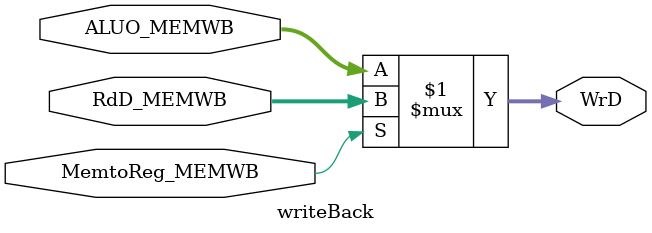
<source format=v>
module writeBack(RdD_MEMWB,WrD,ALUO_MEMWB,MemtoReg_MEMWB);
input [15:0] RdD_MEMWB,ALUO_MEMWB;
input MemtoReg_MEMWB;

output [15:0] WrD;

assign WrD = MemtoReg_MEMWB ? RdD_MEMWB : ALUO_MEMWB;

endmodule

</source>
